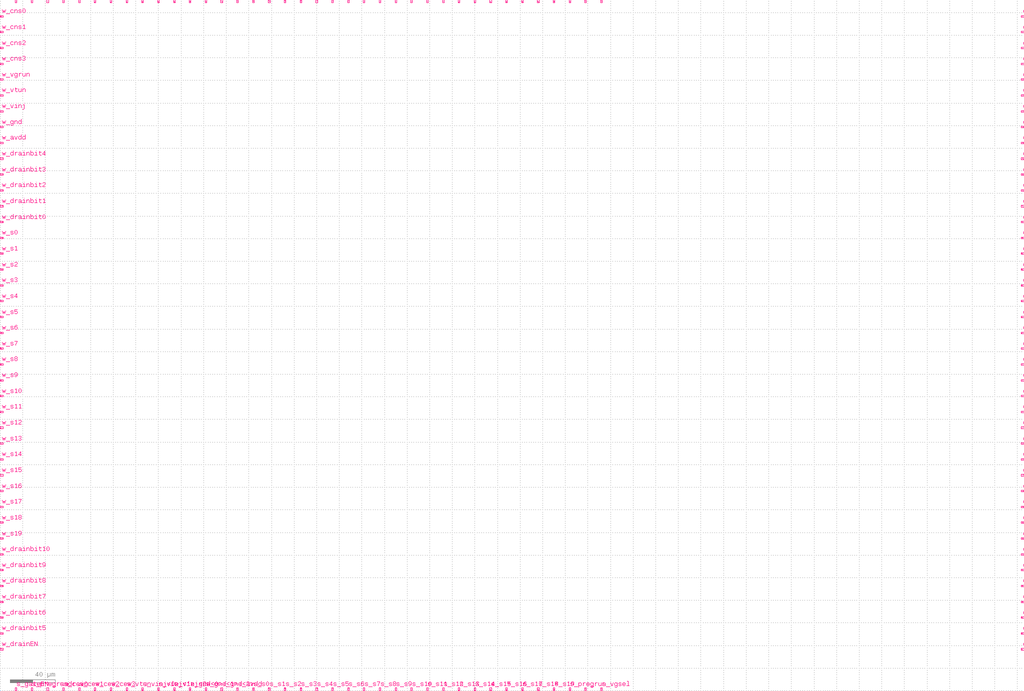
<source format=lef>
VERSION 5.5 ;
NAMESCASESENSITIVE ON ;
BUSBITCHARS "[]" ;
DIVIDERCHAR "/" ;

PROPERTYDEFINITIONS
  LAYER routingPitch REAL ;
END PROPERTYDEFINITIONS

UNITS
  DATABASE MICRONS 1000 ;
END UNITS
MANUFACTURINGGRID 0.01 ;
LAYER POLY1
  TYPE MASTERSLICE ;
END POLY1

LAYER CONT
  TYPE CUT ;
  SPACING 0.4 ;
END CONT

LAYER METAL1
  TYPE ROUTING ;
  DIRECTION HORIZONTAL ;
  PITCH 0 ;
  WIDTH 0.5 ;
  SPACING 0.45 ;
  PROPERTY routingPitch 1.25 ;
END METAL1

LAYER VIA12
  TYPE CUT ;
  SPACING 0.45 ;
END VIA12

LAYER METAL2
  TYPE ROUTING ;
  DIRECTION VERTICAL ;
  PITCH 0 ;
  WIDTH 0.6 ;
  SPACING 0.5 ;
  PROPERTY routingPitch 1.4 ;
END METAL2

LAYER VIA23
  TYPE CUT ;
  SPACING 0.45 ;
END VIA23

LAYER METAL3
  TYPE ROUTING ;
  DIRECTION HORIZONTAL ;
  PITCH 0 ;
  WIDTH 0.6 ;
  SPACING 0.5 ;
  PROPERTY routingPitch 1.25 ;
END METAL3

LAYER VIA34
  TYPE CUT ;
  SPACING 0.45 ;
END VIA34

LAYER METAL4
  TYPE ROUTING ;
  DIRECTION VERTICAL ;
  PITCH 0 ;
  WIDTH 0.6 ;
  SPACING 0.6 ;
  PROPERTY routingPitch 1.4 ;
END METAL4

LAYER OVERLAP
  TYPE OVERLAP ;
END OVERLAP

VIARULE M4_M3 GENERATE
  LAYER METAL3 ;
    ENCLOSURE 0.2 0.2 ;
  LAYER METAL4 ;
    ENCLOSURE 0.15 0.15 ;
  LAYER VIA34 ;
    RECT -0.25 -0.25 0.25 0.25 ;
    SPACING 1 BY 1 ;
END M4_M3

VIARULE M3_M2 GENERATE
  LAYER METAL2 ;
    ENCLOSURE 0.2 0.2 ;
  LAYER METAL3 ;
    ENCLOSURE 0.15 0.15 ;
  LAYER VIA23 ;
    RECT -0.25 -0.25 0.25 0.25 ;
    SPACING 1 BY 1 ;
END M3_M2

VIARULE M2_M1 GENERATE
  LAYER METAL1 ;
    ENCLOSURE 0.2 0.2 ;
  LAYER METAL2 ;
    ENCLOSURE 0.15 0.15 ;
  LAYER VIA12 ;
    RECT -0.25 -0.25 0.25 0.25 ;
    SPACING 1 BY 1 ;
END M2_M1

VIARULE M1_POLY1 GENERATE
  LAYER POLY1 ;
    ENCLOSURE 0.2 0.2 ;
  LAYER METAL1 ;
    ENCLOSURE 0.15 0.15 ;
  LAYER CONT ;
    RECT -0.2 -0.2 0.2 0.2 ;
    SPACING 1 BY 1 ;
END M1_POLY1

VIA M1_POLY1
  LAYER CONT ;
    RECT -0.2 -0.2 0.2 0.2 ;
  LAYER POLY1 ;
    RECT -0.4 -0.4 0.4 0.4 ;
  LAYER METAL1 ;
    RECT -0.35 -0.35 0.35 0.35 ;
END M1_POLY1

VIA M2_M1
  LAYER VIA12 ;
    RECT -0.25 -0.25 0.25 0.25 ;
  LAYER METAL2 ;
    RECT -0.4 -0.4 0.4 0.4 ;
  LAYER METAL1 ;
    RECT -0.45 -0.45 0.45 0.45 ;
END M2_M1

VIA M3_M2
  LAYER VIA23 ;
    RECT -0.25 -0.25 0.25 0.25 ;
  LAYER METAL3 ;
    RECT -0.4 -0.4 0.4 0.4 ;
  LAYER METAL2 ;
    RECT -0.45 -0.45 0.45 0.45 ;
END M3_M2

VIA M4_M3
  LAYER VIA34 ;
    RECT -0.25 -0.25 0.25 0.25 ;
  LAYER METAL4 ;
    RECT -0.4 -0.4 0.4 0.4 ;
  LAYER METAL3 ;
    RECT -0.45 -0.45 0.45 0.45 ;
END M4_M3


MACRO cab1
  PIN n_gateEN
    DIRECTION INOUT ;
    USE SIGNAL ;
    PORT
      LAYER METAL3 ;
        RECT 13.3 608.59 14.7 611.39 ;
    END
  END n_gateEN
  PIN n_programdrain
    DIRECTION INOUT ;
    USE SIGNAL ;
    PORT
      LAYER METAL3 ;
        RECT 27.3 608.59 28.7 611.39 ;
    END
  END n_programdrain
  PIN n_rundrain
    DIRECTION INOUT ;
    USE SIGNAL ;
    PORT
      LAYER METAL3 ;
        RECT 41.3 608.59 42.7 611.39 ;
    END
  END n_rundrain
  PIN n_cew0
    DIRECTION INOUT ;
    USE SIGNAL ;
    PORT
      LAYER METAL3 ;
        RECT 55.3 608.59 56.7 611.39 ;
    END
  END n_cew0
  PIN n_cew1
    DIRECTION INOUT ;
    USE SIGNAL ;
    PORT
      LAYER METAL3 ;
        RECT 69.3 608.59 70.7 611.39 ;
    END
  END n_cew1
  PIN n_cew2
    DIRECTION INOUT ;
    USE SIGNAL ;
    PORT
      LAYER METAL3 ;
        RECT 83.3 608.59 84.7 611.39 ;
    END
  END n_cew2
  PIN n_cew3
    DIRECTION INOUT ;
    USE SIGNAL ;
    PORT
      LAYER METAL3 ;
        RECT 97.3 608.59 98.7 611.39 ;
    END
  END n_cew3
  PIN n_vtun
    DIRECTION INOUT ;
    USE SIGNAL ;
    PORT
      LAYER METAL3 ;
        RECT 111.3 608.59 112.7 611.39 ;
    END
  END n_vtun
  PIN n_vinj<0>
    DIRECTION INOUT ;
    USE SIGNAL ;
    PORT
      LAYER METAL3 ;
        RECT 125.3 608.59 126.7 611.39 ;
    END
  END n_vinj<0>
  PIN n_vinj<1>
    DIRECTION INOUT ;
    USE SIGNAL ;
    PORT
      LAYER METAL3 ;
        RECT 139.3 608.59 140.7 611.39 ;
    END
  END n_vinj<1>
  PIN n_vinj<2>
    DIRECTION INOUT ;
    USE SIGNAL ;
    PORT
      LAYER METAL3 ;
        RECT 153.3 608.59 154.7 611.39 ;
    END
  END n_vinj<2>
  PIN n_gnd<0>
    DIRECTION INOUT ;
    USE SIGNAL ;
    PORT
      LAYER METAL3 ;
        RECT 167.3 608.59 168.7 611.39 ;
    END
  END n_gnd<0>
  PIN n_gnd<1>
    DIRECTION INOUT ;
    USE SIGNAL ;
    PORT
      LAYER METAL3 ;
        RECT 181.3 608.59 182.7 611.39 ;
    END
  END n_gnd<1>
  PIN n_gnd<2>
    DIRECTION INOUT ;
    USE SIGNAL ;
    PORT
      LAYER METAL3 ;
        RECT 195.3 608.59 196.7 611.39 ;
    END
  END n_gnd<2>
  PIN n_avdd
    DIRECTION INOUT ;
    USE SIGNAL ;
    PORT
      LAYER METAL3 ;
        RECT 209.3 608.59 210.7 611.39 ;
    END
  END n_avdd
  PIN n_s0
    DIRECTION INOUT ;
    USE SIGNAL ;
    PORT
      LAYER METAL3 ;
        RECT 223.3 608.59 224.7 611.39 ;
    END
  END n_s0
  PIN n_s1
    DIRECTION INOUT ;
    USE SIGNAL ;
    PORT
      LAYER METAL3 ;
        RECT 237.3 608.59 238.7 611.39 ;
    END
  END n_s1
  PIN n_s2
    DIRECTION INOUT ;
    USE SIGNAL ;
    PORT
      LAYER METAL3 ;
        RECT 251.3 608.59 252.7 611.39 ;
    END
  END n_s2
  PIN n_s3
    DIRECTION INOUT ;
    USE SIGNAL ;
    PORT
      LAYER METAL3 ;
        RECT 265.3 608.59 266.7 611.39 ;
    END
  END n_s3
  PIN n_s4
    DIRECTION INOUT ;
    USE SIGNAL ;
    PORT
      LAYER METAL3 ;
        RECT 279.3 608.59 280.7 611.39 ;
    END
  END n_s4
  PIN n_s5
    DIRECTION INOUT ;
    USE SIGNAL ;
    PORT
      LAYER METAL3 ;
        RECT 293.3 608.59 294.7 611.39 ;
    END
  END n_s5
  PIN n_s6
    DIRECTION INOUT ;
    USE SIGNAL ;
    PORT
      LAYER METAL3 ;
        RECT 307.3 608.59 308.7 611.39 ;
    END
  END n_s6
  PIN n_s7
    DIRECTION INOUT ;
    USE SIGNAL ;
    PORT
      LAYER METAL3 ;
        RECT 321.3 608.59 322.7 611.39 ;
    END
  END n_s7
  PIN n_s8
    DIRECTION INOUT ;
    USE SIGNAL ;
    PORT
      LAYER METAL3 ;
        RECT 335.3 608.59 336.7 611.39 ;
    END
  END n_s8
  PIN n_s9
    DIRECTION INOUT ;
    USE SIGNAL ;
    PORT
      LAYER METAL3 ;
        RECT 349.3 608.59 350.7 611.39 ;
    END
  END n_s9
  PIN n_s10
    DIRECTION INOUT ;
    USE SIGNAL ;
    PORT
      LAYER METAL3 ;
        RECT 363.3 608.59 364.7 611.39 ;
    END
  END n_s10
  PIN n_s11
    DIRECTION INOUT ;
    USE SIGNAL ;
    PORT
      LAYER METAL3 ;
        RECT 377.3 608.59 378.7 611.39 ;
    END
  END n_s11
  PIN n_s12
    DIRECTION INOUT ;
    USE SIGNAL ;
    PORT
      LAYER METAL3 ;
        RECT 391.3 608.59 392.7 611.39 ;
    END
  END n_s12
  PIN n_s13
    DIRECTION INOUT ;
    USE SIGNAL ;
    PORT
      LAYER METAL3 ;
        RECT 405.3 608.59 406.7 611.39 ;
    END
  END n_s13
  PIN n_s14
    DIRECTION INOUT ;
    USE SIGNAL ;
    PORT
      LAYER METAL3 ;
        RECT 419.3 608.59 420.7 611.39 ;
    END
  END n_s14
  PIN n_s15
    DIRECTION INOUT ;
    USE SIGNAL ;
    PORT
      LAYER METAL3 ;
        RECT 433.3 608.59 434.7 611.39 ;
    END
  END n_s15
  PIN n_s16
    DIRECTION INOUT ;
    USE SIGNAL ;
    PORT
      LAYER METAL3 ;
        RECT 447.3 608.59 448.7 611.39 ;
    END
  END n_s16
  PIN n_s17
    DIRECTION INOUT ;
    USE SIGNAL ;
    PORT
      LAYER METAL3 ;
        RECT 461.3 608.59 462.7 611.39 ;
    END
  END n_s17
  PIN n_s18
    DIRECTION INOUT ;
    USE SIGNAL ;
    PORT
      LAYER METAL3 ;
        RECT 475.3 608.59 476.7 611.39 ;
    END
  END n_s18
  PIN n_s19
    DIRECTION INOUT ;
    USE SIGNAL ;
    PORT
      LAYER METAL3 ;
        RECT 489.3 608.59 490.7 611.39 ;
    END
  END n_s19
  PIN n_prog
    DIRECTION INOUT ;
    USE SIGNAL ;
    PORT
      LAYER METAL3 ;
        RECT 503.3 608.59 504.7 611.39 ;
    END
  END n_prog
  PIN n_run
    DIRECTION INOUT ;
    USE SIGNAL ;
    PORT
      LAYER METAL3 ;
        RECT 517.3 608.59 518.7 611.39 ;
    END
  END n_run
  PIN n_vgsel
    DIRECTION INOUT ;
    USE SIGNAL ;
    PORT
      LAYER METAL3 ;
        RECT 531.3 608.59 532.7 611.39 ;
    END
  END n_vgsel
  PIN e_cns0
    DIRECTION INOUT ;
    USE SIGNAL ;
    PORT
      LAYER METAL3 ;
        RECT 872.65 595.99 875.45 597.39 ;
    END
  END e_cns0
  PIN e_cns1
    DIRECTION INOUT ;
    USE SIGNAL ;
    PORT
      LAYER METAL3 ;
        RECT 872.65 581.99 875.45 583.39 ;
    END
  END e_cns1
  PIN e_cns2
    DIRECTION INOUT ;
    USE SIGNAL ;
    PORT
      LAYER METAL3 ;
        RECT 872.65 567.99 875.45 569.39 ;
    END
  END e_cns2
  PIN e_cns3
    DIRECTION INOUT ;
    USE SIGNAL ;
    PORT
      LAYER METAL3 ;
        RECT 872.65 553.99 875.45 555.39 ;
    END
  END e_cns3
  PIN e_vgrun
    DIRECTION INOUT ;
    USE SIGNAL ;
    PORT
      LAYER METAL3 ;
        RECT 872.65 539.99 875.45 541.39 ;
    END
  END e_vgrun
  PIN e_vtun
    DIRECTION INOUT ;
    USE SIGNAL ;
    PORT
      LAYER METAL3 ;
        RECT 872.65 525.99 875.45 527.39 ;
    END
  END e_vtun
  PIN e_vinj
    DIRECTION INOUT ;
    USE SIGNAL ;
    PORT
      LAYER METAL3 ;
        RECT 872.65 511.99 875.45 513.39 ;
    END
  END e_vinj
  PIN e_gnd
    DIRECTION INOUT ;
    USE SIGNAL ;
    PORT
      LAYER METAL3 ;
        RECT 872.65 497.99 875.45 499.39 ;
    END
  END e_gnd
  PIN e_avdd
    DIRECTION INOUT ;
    USE SIGNAL ;
    PORT
      LAYER METAL3 ;
        RECT 872.65 483.99 875.45 485.39 ;
    END
  END e_avdd
  PIN e_drainbit4
    DIRECTION INOUT ;
    USE SIGNAL ;
    PORT
      LAYER METAL3 ;
        RECT 872.65 469.99 875.45 471.39 ;
    END
  END e_drainbit4
  PIN e_drainbit3
    DIRECTION INOUT ;
    USE SIGNAL ;
    PORT
      LAYER METAL3 ;
        RECT 872.65 455.99 875.45 457.39 ;
    END
  END e_drainbit3
  PIN e_drainbit2
    DIRECTION INOUT ;
    USE SIGNAL ;
    PORT
      LAYER METAL3 ;
        RECT 872.65 441.99 875.45 443.39 ;
    END
  END e_drainbit2
  PIN e_drainbit1
    DIRECTION INOUT ;
    USE SIGNAL ;
    PORT
      LAYER METAL3 ;
        RECT 872.65 427.99 875.45 429.39 ;
    END
  END e_drainbit1
  PIN e_drainbit0
    DIRECTION INOUT ;
    USE SIGNAL ;
    PORT
      LAYER METAL3 ;
        RECT 872.65 413.99 875.45 415.39 ;
    END
  END e_drainbit0
  PIN e_s0
    DIRECTION INOUT ;
    USE SIGNAL ;
    PORT
      LAYER METAL3 ;
        RECT 872.65 399.99 875.45 401.39 ;
    END
  END e_s0
  PIN e_s1
    DIRECTION INOUT ;
    USE SIGNAL ;
    PORT
      LAYER METAL3 ;
        RECT 872.65 385.99 875.45 387.39 ;
    END
  END e_s1
  PIN e_s2
    DIRECTION INOUT ;
    USE SIGNAL ;
    PORT
      LAYER METAL3 ;
        RECT 872.65 371.99 875.45 373.39 ;
    END
  END e_s2
  PIN e_s3
    DIRECTION INOUT ;
    USE SIGNAL ;
    PORT
      LAYER METAL3 ;
        RECT 872.65 357.99 875.45 359.39 ;
    END
  END e_s3
  PIN e_s4
    DIRECTION INOUT ;
    USE SIGNAL ;
    PORT
      LAYER METAL3 ;
        RECT 872.65 343.99 875.45 345.39 ;
    END
  END e_s4
  PIN e_s5
    DIRECTION INOUT ;
    USE SIGNAL ;
    PORT
      LAYER METAL3 ;
        RECT 872.65 329.99 875.45 331.39 ;
    END
  END e_s5
  PIN e_s6
    DIRECTION INOUT ;
    USE SIGNAL ;
    PORT
      LAYER METAL3 ;
        RECT 872.65 315.99 875.45 317.39 ;
    END
  END e_s6
  PIN e_s7
    DIRECTION INOUT ;
    USE SIGNAL ;
    PORT
      LAYER METAL3 ;
        RECT 872.65 301.99 875.45 303.39 ;
    END
  END e_s7
  PIN e_s8
    DIRECTION INOUT ;
    USE SIGNAL ;
    PORT
      LAYER METAL3 ;
        RECT 872.65 287.99 875.45 289.39 ;
    END
  END e_s8
  PIN e_s9
    DIRECTION INOUT ;
    USE SIGNAL ;
    PORT
      LAYER METAL3 ;
        RECT 872.65 273.99 875.45 275.39 ;
    END
  END e_s9
  PIN e_s10
    DIRECTION INOUT ;
    USE SIGNAL ;
    PORT
      LAYER METAL3 ;
        RECT 872.65 259.99 875.45 261.39 ;
    END
  END e_s10
  PIN e_s11
    DIRECTION INOUT ;
    USE SIGNAL ;
    PORT
      LAYER METAL3 ;
        RECT 872.65 245.99 875.45 247.39 ;
    END
  END e_s11
  PIN e_s12
    DIRECTION INOUT ;
    USE SIGNAL ;
    PORT
      LAYER METAL3 ;
        RECT 872.65 231.99 875.45 233.39 ;
    END
  END e_s12
  PIN e_s13
    DIRECTION INOUT ;
    USE SIGNAL ;
    PORT
      LAYER METAL3 ;
        RECT 872.65 217.99 875.45 219.39 ;
    END
  END e_s13
  PIN e_s14
    DIRECTION INOUT ;
    USE SIGNAL ;
    PORT
      LAYER METAL3 ;
        RECT 872.65 203.99 875.45 205.39 ;
    END
  END e_s14
  PIN e_s15
    DIRECTION INOUT ;
    USE SIGNAL ;
    PORT
      LAYER METAL3 ;
        RECT 872.65 189.99 875.45 191.39 ;
    END
  END e_s15
  PIN e_s16
    DIRECTION INOUT ;
    USE SIGNAL ;
    PORT
      LAYER METAL3 ;
        RECT 872.65 175.99 875.45 177.39 ;
    END
  END e_s16
  PIN e_s17
    DIRECTION INOUT ;
    USE SIGNAL ;
    PORT
      LAYER METAL3 ;
        RECT 872.65 161.99 875.45 163.39 ;
    END
  END e_s17
  PIN e_s18
    DIRECTION INOUT ;
    USE SIGNAL ;
    PORT
      LAYER METAL3 ;
        RECT 872.65 147.99 875.45 149.39 ;
    END
  END e_s18
  PIN e_s19
    DIRECTION INOUT ;
    USE SIGNAL ;
    PORT
      LAYER METAL3 ;
        RECT 872.65 133.99 875.45 135.39 ;
    END
  END e_s19
  PIN e_drainbit10
    DIRECTION INOUT ;
    USE SIGNAL ;
    PORT
      LAYER METAL3 ;
        RECT 872.65 119.99 875.45 121.39 ;
    END
  END e_drainbit10
  PIN e_drainbit9
    DIRECTION INOUT ;
    USE SIGNAL ;
    PORT
      LAYER METAL3 ;
        RECT 872.65 105.99 875.45 107.39 ;
    END
  END e_drainbit9
  PIN e_drainbit8
    DIRECTION INOUT ;
    USE SIGNAL ;
    PORT
      LAYER METAL3 ;
        RECT 872.65 91.99 875.45 93.39 ;
    END
  END e_drainbit8
  PIN e_drainbit7
    DIRECTION INOUT ;
    USE SIGNAL ;
    PORT
      LAYER METAL3 ;
        RECT 872.65 77.99 875.45 79.39 ;
    END
  END e_drainbit7
  PIN e_drainbit6
    DIRECTION INOUT ;
    USE SIGNAL ;
    PORT
      LAYER METAL3 ;
        RECT 872.65 63.99 875.45 65.39 ;
    END
  END e_drainbit6
  PIN e_drainbit5
    DIRECTION INOUT ;
    USE SIGNAL ;
    PORT
      LAYER METAL3 ;
        RECT 872.65 49.99 875.45 51.39 ;
    END
  END e_drainbit5
  PIN e_drainEN
    DIRECTION INOUT ;
    USE SIGNAL ;
    PORT
      LAYER METAL3 ;
        RECT 872.65 35.99 875.45 37.39 ;
    END
  END e_drainEN
  PIN s_gateEN
    DIRECTION INOUT ;
    USE SIGNAL ;
    PORT
      LAYER METAL3 ;
        RECT 13.3 0.0 14.7 2.8 ;
    END
  END s_gateEN
  PIN s_programdrain
    DIRECTION INOUT ;
    USE SIGNAL ;
    PORT
      LAYER METAL3 ;
        RECT 27.3 0.0 28.7 2.8 ;
    END
  END s_programdrain
  PIN s_rundrain
    DIRECTION INOUT ;
    USE SIGNAL ;
    PORT
      LAYER METAL3 ;
        RECT 41.3 0.0 42.7 2.8 ;
    END
  END s_rundrain
  PIN s_cew0
    DIRECTION INOUT ;
    USE SIGNAL ;
    PORT
      LAYER METAL3 ;
        RECT 55.3 0.0 56.7 2.8 ;
    END
  END s_cew0
  PIN s_cew1
    DIRECTION INOUT ;
    USE SIGNAL ;
    PORT
      LAYER METAL3 ;
        RECT 69.3 0.0 70.7 2.8 ;
    END
  END s_cew1
  PIN s_cew2
    DIRECTION INOUT ;
    USE SIGNAL ;
    PORT
      LAYER METAL3 ;
        RECT 83.3 0.0 84.7 2.8 ;
    END
  END s_cew2
  PIN s_cew3
    DIRECTION INOUT ;
    USE SIGNAL ;
    PORT
      LAYER METAL3 ;
        RECT 97.3 0.0 98.7 2.8 ;
    END
  END s_cew3
  PIN s_vtun
    DIRECTION INOUT ;
    USE SIGNAL ;
    PORT
      LAYER METAL3 ;
        RECT 111.3 0.0 112.7 2.8 ;
    END
  END s_vtun
  PIN s_vinj<0>
    DIRECTION INOUT ;
    USE SIGNAL ;
    PORT
      LAYER METAL3 ;
        RECT 125.3 0.0 126.7 2.8 ;
    END
  END s_vinj<0>
  PIN s_vinj<1>
    DIRECTION INOUT ;
    USE SIGNAL ;
    PORT
      LAYER METAL3 ;
        RECT 139.3 0.0 140.7 2.8 ;
    END
  END s_vinj<1>
  PIN s_vinj<2>
    DIRECTION INOUT ;
    USE SIGNAL ;
    PORT
      LAYER METAL3 ;
        RECT 153.3 0.0 154.7 2.8 ;
    END
  END s_vinj<2>
  PIN s_gnd<0>
    DIRECTION INOUT ;
    USE SIGNAL ;
    PORT
      LAYER METAL3 ;
        RECT 167.3 0.0 168.7 2.8 ;
    END
  END s_gnd<0>
  PIN s_gnd<1>
    DIRECTION INOUT ;
    USE SIGNAL ;
    PORT
      LAYER METAL3 ;
        RECT 181.3 0.0 182.7 2.8 ;
    END
  END s_gnd<1>
  PIN s_gnd<2>
    DIRECTION INOUT ;
    USE SIGNAL ;
    PORT
      LAYER METAL3 ;
        RECT 195.3 0.0 196.7 2.8 ;
    END
  END s_gnd<2>
  PIN s_avdd
    DIRECTION INOUT ;
    USE SIGNAL ;
    PORT
      LAYER METAL3 ;
        RECT 209.3 0.0 210.7 2.8 ;
    END
  END s_avdd
  PIN s_s0
    DIRECTION INOUT ;
    USE SIGNAL ;
    PORT
      LAYER METAL3 ;
        RECT 223.3 0.0 224.7 2.8 ;
    END
  END s_s0
  PIN s_s1
    DIRECTION INOUT ;
    USE SIGNAL ;
    PORT
      LAYER METAL3 ;
        RECT 237.3 0.0 238.7 2.8 ;
    END
  END s_s1
  PIN s_s2
    DIRECTION INOUT ;
    USE SIGNAL ;
    PORT
      LAYER METAL3 ;
        RECT 251.3 0.0 252.7 2.8 ;
    END
  END s_s2
  PIN s_s3
    DIRECTION INOUT ;
    USE SIGNAL ;
    PORT
      LAYER METAL3 ;
        RECT 265.3 0.0 266.7 2.8 ;
    END
  END s_s3
  PIN s_s4
    DIRECTION INOUT ;
    USE SIGNAL ;
    PORT
      LAYER METAL3 ;
        RECT 279.3 0.0 280.7 2.8 ;
    END
  END s_s4
  PIN s_s5
    DIRECTION INOUT ;
    USE SIGNAL ;
    PORT
      LAYER METAL3 ;
        RECT 293.3 0.0 294.7 2.8 ;
    END
  END s_s5
  PIN s_s6
    DIRECTION INOUT ;
    USE SIGNAL ;
    PORT
      LAYER METAL3 ;
        RECT 307.3 0.0 308.7 2.8 ;
    END
  END s_s6
  PIN s_s7
    DIRECTION INOUT ;
    USE SIGNAL ;
    PORT
      LAYER METAL3 ;
        RECT 321.3 0.0 322.7 2.8 ;
    END
  END s_s7
  PIN s_s8
    DIRECTION INOUT ;
    USE SIGNAL ;
    PORT
      LAYER METAL3 ;
        RECT 335.3 0.0 336.7 2.8 ;
    END
  END s_s8
  PIN s_s9
    DIRECTION INOUT ;
    USE SIGNAL ;
    PORT
      LAYER METAL3 ;
        RECT 349.3 0.0 350.7 2.8 ;
    END
  END s_s9
  PIN s_s10
    DIRECTION INOUT ;
    USE SIGNAL ;
    PORT
      LAYER METAL3 ;
        RECT 363.3 0.0 364.7 2.8 ;
    END
  END s_s10
  PIN s_s11
    DIRECTION INOUT ;
    USE SIGNAL ;
    PORT
      LAYER METAL3 ;
        RECT 377.3 0.0 378.7 2.8 ;
    END
  END s_s11
  PIN s_s12
    DIRECTION INOUT ;
    USE SIGNAL ;
    PORT
      LAYER METAL3 ;
        RECT 391.3 0.0 392.7 2.8 ;
    END
  END s_s12
  PIN s_s13
    DIRECTION INOUT ;
    USE SIGNAL ;
    PORT
      LAYER METAL3 ;
        RECT 405.3 0.0 406.7 2.8 ;
    END
  END s_s13
  PIN s_s14
    DIRECTION INOUT ;
    USE SIGNAL ;
    PORT
      LAYER METAL3 ;
        RECT 419.3 0.0 420.7 2.8 ;
    END
  END s_s14
  PIN s_s15
    DIRECTION INOUT ;
    USE SIGNAL ;
    PORT
      LAYER METAL3 ;
        RECT 433.3 0.0 434.7 2.8 ;
    END
  END s_s15
  PIN s_s16
    DIRECTION INOUT ;
    USE SIGNAL ;
    PORT
      LAYER METAL3 ;
        RECT 447.3 0.0 448.7 2.8 ;
    END
  END s_s16
  PIN s_s17
    DIRECTION INOUT ;
    USE SIGNAL ;
    PORT
      LAYER METAL3 ;
        RECT 461.3 0.0 462.7 2.8 ;
    END
  END s_s17
  PIN s_s18
    DIRECTION INOUT ;
    USE SIGNAL ;
    PORT
      LAYER METAL3 ;
        RECT 475.3 0.0 476.7 2.8 ;
    END
  END s_s18
  PIN s_s19
    DIRECTION INOUT ;
    USE SIGNAL ;
    PORT
      LAYER METAL3 ;
        RECT 489.3 0.0 490.7 2.8 ;
    END
  END s_s19
  PIN s_prog
    DIRECTION INOUT ;
    USE SIGNAL ;
    PORT
      LAYER METAL3 ;
        RECT 503.3 0.0 504.7 2.8 ;
    END
  END s_prog
  PIN s_run
    DIRECTION INOUT ;
    USE SIGNAL ;
    PORT
      LAYER METAL3 ;
        RECT 517.3 0.0 518.7 2.8 ;
    END
  END s_run
  PIN s_vgsel
    DIRECTION INOUT ;
    USE SIGNAL ;
    PORT
      LAYER METAL3 ;
        RECT 531.3 0.0 532.7 2.8 ;
    END
  END s_vgsel
  PIN w_cns0
    DIRECTION INOUT ;
    USE SIGNAL ;
    PORT
      LAYER METAL3 ;
        RECT 0.0 595.99 2.8 597.39 ;
    END
  END w_cns0
  PIN w_cns1
    DIRECTION INOUT ;
    USE SIGNAL ;
    PORT
      LAYER METAL3 ;
        RECT 0.0 581.99 2.8 583.39 ;
    END
  END w_cns1
  PIN w_cns2
    DIRECTION INOUT ;
    USE SIGNAL ;
    PORT
      LAYER METAL3 ;
        RECT 0.0 567.99 2.8 569.39 ;
    END
  END w_cns2
  PIN w_cns3
    DIRECTION INOUT ;
    USE SIGNAL ;
    PORT
      LAYER METAL3 ;
        RECT 0.0 553.99 2.8 555.39 ;
    END
  END w_cns3
  PIN w_vgrun
    DIRECTION INOUT ;
    USE SIGNAL ;
    PORT
      LAYER METAL3 ;
        RECT 0.0 539.99 2.8 541.39 ;
    END
  END w_vgrun
  PIN w_vtun
    DIRECTION INOUT ;
    USE SIGNAL ;
    PORT
      LAYER METAL3 ;
        RECT 0.0 525.99 2.8 527.39 ;
    END
  END w_vtun
  PIN w_vinj
    DIRECTION INOUT ;
    USE SIGNAL ;
    PORT
      LAYER METAL3 ;
        RECT 0.0 511.99 2.8 513.39 ;
    END
  END w_vinj
  PIN w_gnd
    DIRECTION INOUT ;
    USE SIGNAL ;
    PORT
      LAYER METAL3 ;
        RECT 0.0 497.99 2.8 499.39 ;
    END
  END w_gnd
  PIN w_avdd
    DIRECTION INOUT ;
    USE SIGNAL ;
    PORT
      LAYER METAL3 ;
        RECT 0.0 483.99 2.8 485.39 ;
    END
  END w_avdd
  PIN w_drainbit4
    DIRECTION INOUT ;
    USE SIGNAL ;
    PORT
      LAYER METAL3 ;
        RECT 0.0 469.99 2.8 471.39 ;
    END
  END w_drainbit4
  PIN w_drainbit3
    DIRECTION INOUT ;
    USE SIGNAL ;
    PORT
      LAYER METAL3 ;
        RECT 0.0 455.99 2.8 457.39 ;
    END
  END w_drainbit3
  PIN w_drainbit2
    DIRECTION INOUT ;
    USE SIGNAL ;
    PORT
      LAYER METAL3 ;
        RECT 0.0 441.99 2.8 443.39 ;
    END
  END w_drainbit2
  PIN w_drainbit1
    DIRECTION INOUT ;
    USE SIGNAL ;
    PORT
      LAYER METAL3 ;
        RECT 0.0 427.99 2.8 429.39 ;
    END
  END w_drainbit1
  PIN w_drainbit0
    DIRECTION INOUT ;
    USE SIGNAL ;
    PORT
      LAYER METAL3 ;
        RECT 0.0 413.99 2.8 415.39 ;
    END
  END w_drainbit0
  PIN w_s0
    DIRECTION INOUT ;
    USE SIGNAL ;
    PORT
      LAYER METAL3 ;
        RECT 0.0 399.99 2.8 401.39 ;
    END
  END w_s0
  PIN w_s1
    DIRECTION INOUT ;
    USE SIGNAL ;
    PORT
      LAYER METAL3 ;
        RECT 0.0 385.99 2.8 387.39 ;
    END
  END w_s1
  PIN w_s2
    DIRECTION INOUT ;
    USE SIGNAL ;
    PORT
      LAYER METAL3 ;
        RECT 0.0 371.99 2.8 373.39 ;
    END
  END w_s2
  PIN w_s3
    DIRECTION INOUT ;
    USE SIGNAL ;
    PORT
      LAYER METAL3 ;
        RECT 0.0 357.99 2.8 359.39 ;
    END
  END w_s3
  PIN w_s4
    DIRECTION INOUT ;
    USE SIGNAL ;
    PORT
      LAYER METAL3 ;
        RECT 0.0 343.99 2.8 345.39 ;
    END
  END w_s4
  PIN w_s5
    DIRECTION INOUT ;
    USE SIGNAL ;
    PORT
      LAYER METAL3 ;
        RECT 0.0 329.99 2.8 331.39 ;
    END
  END w_s5
  PIN w_s6
    DIRECTION INOUT ;
    USE SIGNAL ;
    PORT
      LAYER METAL3 ;
        RECT 0.0 315.99 2.8 317.39 ;
    END
  END w_s6
  PIN w_s7
    DIRECTION INOUT ;
    USE SIGNAL ;
    PORT
      LAYER METAL3 ;
        RECT 0.0 301.99 2.8 303.39 ;
    END
  END w_s7
  PIN w_s8
    DIRECTION INOUT ;
    USE SIGNAL ;
    PORT
      LAYER METAL3 ;
        RECT 0.0 287.99 2.8 289.39 ;
    END
  END w_s8
  PIN w_s9
    DIRECTION INOUT ;
    USE SIGNAL ;
    PORT
      LAYER METAL3 ;
        RECT 0.0 273.99 2.8 275.39 ;
    END
  END w_s9
  PIN w_s10
    DIRECTION INOUT ;
    USE SIGNAL ;
    PORT
      LAYER METAL3 ;
        RECT 0.0 259.99 2.8 261.39 ;
    END
  END w_s10
  PIN w_s11
    DIRECTION INOUT ;
    USE SIGNAL ;
    PORT
      LAYER METAL3 ;
        RECT 0.0 245.99 2.8 247.39 ;
    END
  END w_s11
  PIN w_s12
    DIRECTION INOUT ;
    USE SIGNAL ;
    PORT
      LAYER METAL3 ;
        RECT 0.0 231.99 2.8 233.39 ;
    END
  END w_s12
  PIN w_s13
    DIRECTION INOUT ;
    USE SIGNAL ;
    PORT
      LAYER METAL3 ;
        RECT 0.0 217.99 2.8 219.39 ;
    END
  END w_s13
  PIN w_s14
    DIRECTION INOUT ;
    USE SIGNAL ;
    PORT
      LAYER METAL3 ;
        RECT 0.0 203.99 2.8 205.39 ;
    END
  END w_s14
  PIN w_s15
    DIRECTION INOUT ;
    USE SIGNAL ;
    PORT
      LAYER METAL3 ;
        RECT 0.0 189.99 2.8 191.39 ;
    END
  END w_s15
  PIN w_s16
    DIRECTION INOUT ;
    USE SIGNAL ;
    PORT
      LAYER METAL3 ;
        RECT 0.0 175.99 2.8 177.39 ;
    END
  END w_s16
  PIN w_s17
    DIRECTION INOUT ;
    USE SIGNAL ;
    PORT
      LAYER METAL3 ;
        RECT 0.0 161.99 2.8 163.39 ;
    END
  END w_s17
  PIN w_s18
    DIRECTION INOUT ;
    USE SIGNAL ;
    PORT
      LAYER METAL3 ;
        RECT 0.0 147.99 2.8 149.39 ;
    END
  END w_s18
  PIN w_s19
    DIRECTION INOUT ;
    USE SIGNAL ;
    PORT
      LAYER METAL3 ;
        RECT 0.0 133.99 2.8 135.39 ;
    END
  END w_s19
  PIN w_drainbit10
    DIRECTION INOUT ;
    USE SIGNAL ;
    PORT
      LAYER METAL3 ;
        RECT 0.0 119.99 2.8 121.39 ;
    END
  END w_drainbit10
  PIN w_drainbit9
    DIRECTION INOUT ;
    USE SIGNAL ;
    PORT
      LAYER METAL3 ;
        RECT 0.0 105.99 2.8 107.39 ;
    END
  END w_drainbit9
  PIN w_drainbit8
    DIRECTION INOUT ;
    USE SIGNAL ;
    PORT
      LAYER METAL3 ;
        RECT 0.0 91.99 2.8 93.39 ;
    END
  END w_drainbit8
  PIN w_drainbit7
    DIRECTION INOUT ;
    USE SIGNAL ;
    PORT
      LAYER METAL3 ;
        RECT 0.0 77.99 2.8 79.39 ;
    END
  END w_drainbit7
  PIN w_drainbit6
    DIRECTION INOUT ;
    USE SIGNAL ;
    PORT
      LAYER METAL3 ;
        RECT 0.0 63.99 2.8 65.39 ;
    END
  END w_drainbit6
  PIN w_drainbit5
    DIRECTION INOUT ;
    USE SIGNAL ;
    PORT
      LAYER METAL3 ;
        RECT 0.0 49.99 2.8 51.39 ;
    END
  END w_drainbit5
  PIN w_drainEN
    DIRECTION INOUT ;
    USE SIGNAL ;
    PORT
      LAYER METAL3 ;
        RECT 0.0 35.99 2.8 37.39 ;
    END
  END w_drainEN
END cab1

MACRO cab2
  PIN n_gateEN
    DIRECTION INOUT ;
    USE SIGNAL ;
    PORT
      LAYER METAL3 ;
        RECT 13.3 608.59 14.7 611.39 ;
    END
  END n_gateEN
  PIN n_programdrain
    DIRECTION INOUT ;
    USE SIGNAL ;
    PORT
      LAYER METAL3 ;
        RECT 27.3 608.59 28.7 611.39 ;
    END
  END n_programdrain
  PIN n_rundrain
    DIRECTION INOUT ;
    USE SIGNAL ;
    PORT
      LAYER METAL3 ;
        RECT 41.3 608.59 42.7 611.39 ;
    END
  END n_rundrain
  PIN n_cew0
    DIRECTION INOUT ;
    USE SIGNAL ;
    PORT
      LAYER METAL3 ;
        RECT 55.3 608.59 56.7 611.39 ;
    END
  END n_cew0
  PIN n_cew1
    DIRECTION INOUT ;
    USE SIGNAL ;
    PORT
      LAYER METAL3 ;
        RECT 69.3 608.59 70.7 611.39 ;
    END
  END n_cew1
  PIN n_cew2
    DIRECTION INOUT ;
    USE SIGNAL ;
    PORT
      LAYER METAL3 ;
        RECT 83.3 608.59 84.7 611.39 ;
    END
  END n_cew2
  PIN n_cew3
    DIRECTION INOUT ;
    USE SIGNAL ;
    PORT
      LAYER METAL3 ;
        RECT 97.3 608.59 98.7 611.39 ;
    END
  END n_cew3
  PIN n_vtun
    DIRECTION INOUT ;
    USE SIGNAL ;
    PORT
      LAYER METAL3 ;
        RECT 111.3 608.59 112.7 611.39 ;
    END
  END n_vtun
  PIN n_vinj<0>
    DIRECTION INOUT ;
    USE SIGNAL ;
    PORT
      LAYER METAL3 ;
        RECT 125.3 608.59 126.7 611.39 ;
    END
  END n_vinj<0>
  PIN n_vinj<1>
    DIRECTION INOUT ;
    USE SIGNAL ;
    PORT
      LAYER METAL3 ;
        RECT 139.3 608.59 140.7 611.39 ;
    END
  END n_vinj<1>
  PIN n_vinj<2>
    DIRECTION INOUT ;
    USE SIGNAL ;
    PORT
      LAYER METAL3 ;
        RECT 153.3 608.59 154.7 611.39 ;
    END
  END n_vinj<2>
  PIN n_gnd<0>
    DIRECTION INOUT ;
    USE SIGNAL ;
    PORT
      LAYER METAL3 ;
        RECT 167.3 608.59 168.7 611.39 ;
    END
  END n_gnd<0>
  PIN n_gnd<1>
    DIRECTION INOUT ;
    USE SIGNAL ;
    PORT
      LAYER METAL3 ;
        RECT 181.3 608.59 182.7 611.39 ;
    END
  END n_gnd<1>
  PIN n_gnd<2>
    DIRECTION INOUT ;
    USE SIGNAL ;
    PORT
      LAYER METAL3 ;
        RECT 195.3 608.59 196.7 611.39 ;
    END
  END n_gnd<2>
  PIN n_avdd
    DIRECTION INOUT ;
    USE SIGNAL ;
    PORT
      LAYER METAL3 ;
        RECT 209.3 608.59 210.7 611.39 ;
    END
  END n_avdd
  PIN n_s0
    DIRECTION INOUT ;
    USE SIGNAL ;
    PORT
      LAYER METAL3 ;
        RECT 223.3 608.59 224.7 611.39 ;
    END
  END n_s0
  PIN n_s1
    DIRECTION INOUT ;
    USE SIGNAL ;
    PORT
      LAYER METAL3 ;
        RECT 237.3 608.59 238.7 611.39 ;
    END
  END n_s1
  PIN n_s2
    DIRECTION INOUT ;
    USE SIGNAL ;
    PORT
      LAYER METAL3 ;
        RECT 251.3 608.59 252.7 611.39 ;
    END
  END n_s2
  PIN n_s3
    DIRECTION INOUT ;
    USE SIGNAL ;
    PORT
      LAYER METAL3 ;
        RECT 265.3 608.59 266.7 611.39 ;
    END
  END n_s3
  PIN n_s4
    DIRECTION INOUT ;
    USE SIGNAL ;
    PORT
      LAYER METAL3 ;
        RECT 279.3 608.59 280.7 611.39 ;
    END
  END n_s4
  PIN n_s5
    DIRECTION INOUT ;
    USE SIGNAL ;
    PORT
      LAYER METAL3 ;
        RECT 293.3 608.59 294.7 611.39 ;
    END
  END n_s5
  PIN n_s6
    DIRECTION INOUT ;
    USE SIGNAL ;
    PORT
      LAYER METAL3 ;
        RECT 307.3 608.59 308.7 611.39 ;
    END
  END n_s6
  PIN n_s7
    DIRECTION INOUT ;
    USE SIGNAL ;
    PORT
      LAYER METAL3 ;
        RECT 321.3 608.59 322.7 611.39 ;
    END
  END n_s7
  PIN n_s8
    DIRECTION INOUT ;
    USE SIGNAL ;
    PORT
      LAYER METAL3 ;
        RECT 335.3 608.59 336.7 611.39 ;
    END
  END n_s8
  PIN n_s9
    DIRECTION INOUT ;
    USE SIGNAL ;
    PORT
      LAYER METAL3 ;
        RECT 349.3 608.59 350.7 611.39 ;
    END
  END n_s9
  PIN n_s10
    DIRECTION INOUT ;
    USE SIGNAL ;
    PORT
      LAYER METAL3 ;
        RECT 363.3 608.59 364.7 611.39 ;
    END
  END n_s10
  PIN n_s11
    DIRECTION INOUT ;
    USE SIGNAL ;
    PORT
      LAYER METAL3 ;
        RECT 377.3 608.59 378.7 611.39 ;
    END
  END n_s11
  PIN n_s12
    DIRECTION INOUT ;
    USE SIGNAL ;
    PORT
      LAYER METAL3 ;
        RECT 391.3 608.59 392.7 611.39 ;
    END
  END n_s12
  PIN n_s13
    DIRECTION INOUT ;
    USE SIGNAL ;
    PORT
      LAYER METAL3 ;
        RECT 405.3 608.59 406.7 611.39 ;
    END
  END n_s13
  PIN n_s14
    DIRECTION INOUT ;
    USE SIGNAL ;
    PORT
      LAYER METAL3 ;
        RECT 419.3 608.59 420.7 611.39 ;
    END
  END n_s14
  PIN n_s15
    DIRECTION INOUT ;
    USE SIGNAL ;
    PORT
      LAYER METAL3 ;
        RECT 433.3 608.59 434.7 611.39 ;
    END
  END n_s15
  PIN n_s16
    DIRECTION INOUT ;
    USE SIGNAL ;
    PORT
      LAYER METAL3 ;
        RECT 447.3 608.59 448.7 611.39 ;
    END
  END n_s16
  PIN n_s17
    DIRECTION INOUT ;
    USE SIGNAL ;
    PORT
      LAYER METAL3 ;
        RECT 461.3 608.59 462.7 611.39 ;
    END
  END n_s17
  PIN n_s18
    DIRECTION INOUT ;
    USE SIGNAL ;
    PORT
      LAYER METAL3 ;
        RECT 475.3 608.59 476.7 611.39 ;
    END
  END n_s18
  PIN n_s19
    DIRECTION INOUT ;
    USE SIGNAL ;
    PORT
      LAYER METAL3 ;
        RECT 489.3 608.59 490.7 611.39 ;
    END
  END n_s19
  PIN n_prog
    DIRECTION INOUT ;
    USE SIGNAL ;
    PORT
      LAYER METAL3 ;
        RECT 503.3 608.59 504.7 611.39 ;
    END
  END n_prog
  PIN n_run
    DIRECTION INOUT ;
    USE SIGNAL ;
    PORT
      LAYER METAL3 ;
        RECT 517.3 608.59 518.7 611.39 ;
    END
  END n_run
  PIN n_vgsel
    DIRECTION INOUT ;
    USE SIGNAL ;
    PORT
      LAYER METAL3 ;
        RECT 531.3 608.59 532.7 611.39 ;
    END
  END n_vgsel
  PIN e_cns0
    DIRECTION INOUT ;
    USE SIGNAL ;
    PORT
      LAYER METAL3 ;
        RECT 903.18 595.99 905.98 597.39 ;
    END
  END e_cns0
  PIN e_cns1
    DIRECTION INOUT ;
    USE SIGNAL ;
    PORT
      LAYER METAL3 ;
        RECT 903.18 581.99 905.98 583.39 ;
    END
  END e_cns1
  PIN e_cns2
    DIRECTION INOUT ;
    USE SIGNAL ;
    PORT
      LAYER METAL3 ;
        RECT 903.18 567.99 905.98 569.39 ;
    END
  END e_cns2
  PIN e_cns3
    DIRECTION INOUT ;
    USE SIGNAL ;
    PORT
      LAYER METAL3 ;
        RECT 903.18 553.99 905.98 555.39 ;
    END
  END e_cns3
  PIN e_vgrun
    DIRECTION INOUT ;
    USE SIGNAL ;
    PORT
      LAYER METAL3 ;
        RECT 903.18 539.99 905.98 541.39 ;
    END
  END e_vgrun
  PIN e_vtun
    DIRECTION INOUT ;
    USE SIGNAL ;
    PORT
      LAYER METAL3 ;
        RECT 903.18 525.99 905.98 527.39 ;
    END
  END e_vtun
  PIN e_vinj
    DIRECTION INOUT ;
    USE SIGNAL ;
    PORT
      LAYER METAL3 ;
        RECT 903.18 511.99 905.98 513.39 ;
    END
  END e_vinj
  PIN e_gnd
    DIRECTION INOUT ;
    USE SIGNAL ;
    PORT
      LAYER METAL3 ;
        RECT 903.18 497.99 905.98 499.39 ;
    END
  END e_gnd
  PIN e_avdd
    DIRECTION INOUT ;
    USE SIGNAL ;
    PORT
      LAYER METAL3 ;
        RECT 903.18 483.99 905.98 485.39 ;
    END
  END e_avdd
  PIN e_drainbit4
    DIRECTION INOUT ;
    USE SIGNAL ;
    PORT
      LAYER METAL3 ;
        RECT 903.18 469.99 905.98 471.39 ;
    END
  END e_drainbit4
  PIN e_drainbit3
    DIRECTION INOUT ;
    USE SIGNAL ;
    PORT
      LAYER METAL3 ;
        RECT 903.18 455.99 905.98 457.39 ;
    END
  END e_drainbit3
  PIN e_drainbit2
    DIRECTION INOUT ;
    USE SIGNAL ;
    PORT
      LAYER METAL3 ;
        RECT 903.18 441.99 905.98 443.39 ;
    END
  END e_drainbit2
  PIN e_drainbit1
    DIRECTION INOUT ;
    USE SIGNAL ;
    PORT
      LAYER METAL3 ;
        RECT 903.18 427.99 905.98 429.39 ;
    END
  END e_drainbit1
  PIN e_drainbit0
    DIRECTION INOUT ;
    USE SIGNAL ;
    PORT
      LAYER METAL3 ;
        RECT 903.18 413.99 905.98 415.39 ;
    END
  END e_drainbit0
  PIN e_s0
    DIRECTION INOUT ;
    USE SIGNAL ;
    PORT
      LAYER METAL3 ;
        RECT 903.18 399.99 905.98 401.39 ;
    END
  END e_s0
  PIN e_s1
    DIRECTION INOUT ;
    USE SIGNAL ;
    PORT
      LAYER METAL3 ;
        RECT 903.18 385.99 905.98 387.39 ;
    END
  END e_s1
  PIN e_s2
    DIRECTION INOUT ;
    USE SIGNAL ;
    PORT
      LAYER METAL3 ;
        RECT 903.18 371.99 905.98 373.39 ;
    END
  END e_s2
  PIN e_s3
    DIRECTION INOUT ;
    USE SIGNAL ;
    PORT
      LAYER METAL3 ;
        RECT 903.18 357.99 905.98 359.39 ;
    END
  END e_s3
  PIN e_s4
    DIRECTION INOUT ;
    USE SIGNAL ;
    PORT
      LAYER METAL3 ;
        RECT 903.18 343.99 905.98 345.39 ;
    END
  END e_s4
  PIN e_s5
    DIRECTION INOUT ;
    USE SIGNAL ;
    PORT
      LAYER METAL3 ;
        RECT 903.18 329.99 905.98 331.39 ;
    END
  END e_s5
  PIN e_s6
    DIRECTION INOUT ;
    USE SIGNAL ;
    PORT
      LAYER METAL3 ;
        RECT 903.18 315.99 905.98 317.39 ;
    END
  END e_s6
  PIN e_s7
    DIRECTION INOUT ;
    USE SIGNAL ;
    PORT
      LAYER METAL3 ;
        RECT 903.18 301.99 905.98 303.39 ;
    END
  END e_s7
  PIN e_s8
    DIRECTION INOUT ;
    USE SIGNAL ;
    PORT
      LAYER METAL3 ;
        RECT 903.18 287.99 905.98 289.39 ;
    END
  END e_s8
  PIN e_s9
    DIRECTION INOUT ;
    USE SIGNAL ;
    PORT
      LAYER METAL3 ;
        RECT 903.18 273.99 905.98 275.39 ;
    END
  END e_s9
  PIN e_s10
    DIRECTION INOUT ;
    USE SIGNAL ;
    PORT
      LAYER METAL3 ;
        RECT 903.18 259.99 905.98 261.39 ;
    END
  END e_s10
  PIN e_s11
    DIRECTION INOUT ;
    USE SIGNAL ;
    PORT
      LAYER METAL3 ;
        RECT 903.18 245.99 905.98 247.39 ;
    END
  END e_s11
  PIN e_s12
    DIRECTION INOUT ;
    USE SIGNAL ;
    PORT
      LAYER METAL3 ;
        RECT 903.18 231.99 905.98 233.39 ;
    END
  END e_s12
  PIN e_s13
    DIRECTION INOUT ;
    USE SIGNAL ;
    PORT
      LAYER METAL3 ;
        RECT 903.18 217.99 905.98 219.39 ;
    END
  END e_s13
  PIN e_s14
    DIRECTION INOUT ;
    USE SIGNAL ;
    PORT
      LAYER METAL3 ;
        RECT 903.18 203.99 905.98 205.39 ;
    END
  END e_s14
  PIN e_s15
    DIRECTION INOUT ;
    USE SIGNAL ;
    PORT
      LAYER METAL3 ;
        RECT 903.18 189.99 905.98 191.39 ;
    END
  END e_s15
  PIN e_s16
    DIRECTION INOUT ;
    USE SIGNAL ;
    PORT
      LAYER METAL3 ;
        RECT 903.18 175.99 905.98 177.39 ;
    END
  END e_s16
  PIN e_s17
    DIRECTION INOUT ;
    USE SIGNAL ;
    PORT
      LAYER METAL3 ;
        RECT 903.18 161.99 905.98 163.39 ;
    END
  END e_s17
  PIN e_s18
    DIRECTION INOUT ;
    USE SIGNAL ;
    PORT
      LAYER METAL3 ;
        RECT 903.18 147.99 905.98 149.39 ;
    END
  END e_s18
  PIN e_s19
    DIRECTION INOUT ;
    USE SIGNAL ;
    PORT
      LAYER METAL3 ;
        RECT 903.18 133.99 905.98 135.39 ;
    END
  END e_s19
  PIN e_drainbit10
    DIRECTION INOUT ;
    USE SIGNAL ;
    PORT
      LAYER METAL3 ;
        RECT 903.18 119.99 905.98 121.39 ;
    END
  END e_drainbit10
  PIN e_drainbit9
    DIRECTION INOUT ;
    USE SIGNAL ;
    PORT
      LAYER METAL3 ;
        RECT 903.18 105.99 905.98 107.39 ;
    END
  END e_drainbit9
  PIN e_drainbit8
    DIRECTION INOUT ;
    USE SIGNAL ;
    PORT
      LAYER METAL3 ;
        RECT 903.18 91.99 905.98 93.39 ;
    END
  END e_drainbit8
  PIN e_drainbit7
    DIRECTION INOUT ;
    USE SIGNAL ;
    PORT
      LAYER METAL3 ;
        RECT 903.18 77.99 905.98 79.39 ;
    END
  END e_drainbit7
  PIN e_drainbit6
    DIRECTION INOUT ;
    USE SIGNAL ;
    PORT
      LAYER METAL3 ;
        RECT 903.18 63.99 905.98 65.39 ;
    END
  END e_drainbit6
  PIN e_drainbit5
    DIRECTION INOUT ;
    USE SIGNAL ;
    PORT
      LAYER METAL3 ;
        RECT 903.18 49.99 905.98 51.39 ;
    END
  END e_drainbit5
  PIN e_drainEN
    DIRECTION INOUT ;
    USE SIGNAL ;
    PORT
      LAYER METAL3 ;
        RECT 903.18 35.99 905.98 37.39 ;
    END
  END e_drainEN
  PIN s_gateEN
    DIRECTION INOUT ;
    USE SIGNAL ;
    PORT
      LAYER METAL3 ;
        RECT 13.3 0.0 14.7 2.8 ;
    END
  END s_gateEN
  PIN s_programdrain
    DIRECTION INOUT ;
    USE SIGNAL ;
    PORT
      LAYER METAL3 ;
        RECT 27.3 0.0 28.7 2.8 ;
    END
  END s_programdrain
  PIN s_rundrain
    DIRECTION INOUT ;
    USE SIGNAL ;
    PORT
      LAYER METAL3 ;
        RECT 41.3 0.0 42.7 2.8 ;
    END
  END s_rundrain
  PIN s_cew0
    DIRECTION INOUT ;
    USE SIGNAL ;
    PORT
      LAYER METAL3 ;
        RECT 55.3 0.0 56.7 2.8 ;
    END
  END s_cew0
  PIN s_cew1
    DIRECTION INOUT ;
    USE SIGNAL ;
    PORT
      LAYER METAL3 ;
        RECT 69.3 0.0 70.7 2.8 ;
    END
  END s_cew1
  PIN s_cew2
    DIRECTION INOUT ;
    USE SIGNAL ;
    PORT
      LAYER METAL3 ;
        RECT 83.3 0.0 84.7 2.8 ;
    END
  END s_cew2
  PIN s_cew3
    DIRECTION INOUT ;
    USE SIGNAL ;
    PORT
      LAYER METAL3 ;
        RECT 97.3 0.0 98.7 2.8 ;
    END
  END s_cew3
  PIN s_vtun
    DIRECTION INOUT ;
    USE SIGNAL ;
    PORT
      LAYER METAL3 ;
        RECT 111.3 0.0 112.7 2.8 ;
    END
  END s_vtun
  PIN s_vinj<0>
    DIRECTION INOUT ;
    USE SIGNAL ;
    PORT
      LAYER METAL3 ;
        RECT 125.3 0.0 126.7 2.8 ;
    END
  END s_vinj<0>
  PIN s_vinj<1>
    DIRECTION INOUT ;
    USE SIGNAL ;
    PORT
      LAYER METAL3 ;
        RECT 139.3 0.0 140.7 2.8 ;
    END
  END s_vinj<1>
  PIN s_vinj<2>
    DIRECTION INOUT ;
    USE SIGNAL ;
    PORT
      LAYER METAL3 ;
        RECT 153.3 0.0 154.7 2.8 ;
    END
  END s_vinj<2>
  PIN s_gnd<0>
    DIRECTION INOUT ;
    USE SIGNAL ;
    PORT
      LAYER METAL3 ;
        RECT 167.3 0.0 168.7 2.8 ;
    END
  END s_gnd<0>
  PIN s_gnd<1>
    DIRECTION INOUT ;
    USE SIGNAL ;
    PORT
      LAYER METAL3 ;
        RECT 181.3 0.0 182.7 2.8 ;
    END
  END s_gnd<1>
  PIN s_gnd<2>
    DIRECTION INOUT ;
    USE SIGNAL ;
    PORT
      LAYER METAL3 ;
        RECT 195.3 0.0 196.7 2.8 ;
    END
  END s_gnd<2>
  PIN s_avdd
    DIRECTION INOUT ;
    USE SIGNAL ;
    PORT
      LAYER METAL3 ;
        RECT 209.3 0.0 210.7 2.8 ;
    END
  END s_avdd
  PIN s_s0
    DIRECTION INOUT ;
    USE SIGNAL ;
    PORT
      LAYER METAL3 ;
        RECT 223.3 0.0 224.7 2.8 ;
    END
  END s_s0
  PIN s_s1
    DIRECTION INOUT ;
    USE SIGNAL ;
    PORT
      LAYER METAL3 ;
        RECT 237.3 0.0 238.7 2.8 ;
    END
  END s_s1
  PIN s_s2
    DIRECTION INOUT ;
    USE SIGNAL ;
    PORT
      LAYER METAL3 ;
        RECT 251.3 0.0 252.7 2.8 ;
    END
  END s_s2
  PIN s_s3
    DIRECTION INOUT ;
    USE SIGNAL ;
    PORT
      LAYER METAL3 ;
        RECT 265.3 0.0 266.7 2.8 ;
    END
  END s_s3
  PIN s_s4
    DIRECTION INOUT ;
    USE SIGNAL ;
    PORT
      LAYER METAL3 ;
        RECT 279.3 0.0 280.7 2.8 ;
    END
  END s_s4
  PIN s_s5
    DIRECTION INOUT ;
    USE SIGNAL ;
    PORT
      LAYER METAL3 ;
        RECT 293.3 0.0 294.7 2.8 ;
    END
  END s_s5
  PIN s_s6
    DIRECTION INOUT ;
    USE SIGNAL ;
    PORT
      LAYER METAL3 ;
        RECT 307.3 0.0 308.7 2.8 ;
    END
  END s_s6
  PIN s_s7
    DIRECTION INOUT ;
    USE SIGNAL ;
    PORT
      LAYER METAL3 ;
        RECT 321.3 0.0 322.7 2.8 ;
    END
  END s_s7
  PIN s_s8
    DIRECTION INOUT ;
    USE SIGNAL ;
    PORT
      LAYER METAL3 ;
        RECT 335.3 0.0 336.7 2.8 ;
    END
  END s_s8
  PIN s_s9
    DIRECTION INOUT ;
    USE SIGNAL ;
    PORT
      LAYER METAL3 ;
        RECT 349.3 0.0 350.7 2.8 ;
    END
  END s_s9
  PIN s_s10
    DIRECTION INOUT ;
    USE SIGNAL ;
    PORT
      LAYER METAL3 ;
        RECT 363.3 0.0 364.7 2.8 ;
    END
  END s_s10
  PIN s_s11
    DIRECTION INOUT ;
    USE SIGNAL ;
    PORT
      LAYER METAL3 ;
        RECT 377.3 0.0 378.7 2.8 ;
    END
  END s_s11
  PIN s_s12
    DIRECTION INOUT ;
    USE SIGNAL ;
    PORT
      LAYER METAL3 ;
        RECT 391.3 0.0 392.7 2.8 ;
    END
  END s_s12
  PIN s_s13
    DIRECTION INOUT ;
    USE SIGNAL ;
    PORT
      LAYER METAL3 ;
        RECT 405.3 0.0 406.7 2.8 ;
    END
  END s_s13
  PIN s_s14
    DIRECTION INOUT ;
    USE SIGNAL ;
    PORT
      LAYER METAL3 ;
        RECT 419.3 0.0 420.7 2.8 ;
    END
  END s_s14
  PIN s_s15
    DIRECTION INOUT ;
    USE SIGNAL ;
    PORT
      LAYER METAL3 ;
        RECT 433.3 0.0 434.7 2.8 ;
    END
  END s_s15
  PIN s_s16
    DIRECTION INOUT ;
    USE SIGNAL ;
    PORT
      LAYER METAL3 ;
        RECT 447.3 0.0 448.7 2.8 ;
    END
  END s_s16
  PIN s_s17
    DIRECTION INOUT ;
    USE SIGNAL ;
    PORT
      LAYER METAL3 ;
        RECT 461.3 0.0 462.7 2.8 ;
    END
  END s_s17
  PIN s_s18
    DIRECTION INOUT ;
    USE SIGNAL ;
    PORT
      LAYER METAL3 ;
        RECT 475.3 0.0 476.7 2.8 ;
    END
  END s_s18
  PIN s_s19
    DIRECTION INOUT ;
    USE SIGNAL ;
    PORT
      LAYER METAL3 ;
        RECT 489.3 0.0 490.7 2.8 ;
    END
  END s_s19
  PIN s_prog
    DIRECTION INOUT ;
    USE SIGNAL ;
    PORT
      LAYER METAL3 ;
        RECT 503.3 0.0 504.7 2.8 ;
    END
  END s_prog
  PIN s_run
    DIRECTION INOUT ;
    USE SIGNAL ;
    PORT
      LAYER METAL3 ;
        RECT 517.3 0.0 518.7 2.8 ;
    END
  END s_run
  PIN s_vgsel
    DIRECTION INOUT ;
    USE SIGNAL ;
    PORT
      LAYER METAL3 ;
        RECT 531.3 0.0 532.7 2.8 ;
    END
  END s_vgsel
  PIN w_cns0
    DIRECTION INOUT ;
    USE SIGNAL ;
    PORT
      LAYER METAL3 ;
        RECT 0.0 595.99 2.8 597.39 ;
    END
  END w_cns0
  PIN w_cns1
    DIRECTION INOUT ;
    USE SIGNAL ;
    PORT
      LAYER METAL3 ;
        RECT 0.0 581.99 2.8 583.39 ;
    END
  END w_cns1
  PIN w_cns2
    DIRECTION INOUT ;
    USE SIGNAL ;
    PORT
      LAYER METAL3 ;
        RECT 0.0 567.99 2.8 569.39 ;
    END
  END w_cns2
  PIN w_cns3
    DIRECTION INOUT ;
    USE SIGNAL ;
    PORT
      LAYER METAL3 ;
        RECT 0.0 553.99 2.8 555.39 ;
    END
  END w_cns3
  PIN w_vgrun
    DIRECTION INOUT ;
    USE SIGNAL ;
    PORT
      LAYER METAL3 ;
        RECT 0.0 539.99 2.8 541.39 ;
    END
  END w_vgrun
  PIN w_vtun
    DIRECTION INOUT ;
    USE SIGNAL ;
    PORT
      LAYER METAL3 ;
        RECT 0.0 525.99 2.8 527.39 ;
    END
  END w_vtun
  PIN w_vinj
    DIRECTION INOUT ;
    USE SIGNAL ;
    PORT
      LAYER METAL3 ;
        RECT 0.0 511.99 2.8 513.39 ;
    END
  END w_vinj
  PIN w_gnd
    DIRECTION INOUT ;
    USE SIGNAL ;
    PORT
      LAYER METAL3 ;
        RECT 0.0 497.99 2.8 499.39 ;
    END
  END w_gnd
  PIN w_avdd
    DIRECTION INOUT ;
    USE SIGNAL ;
    PORT
      LAYER METAL3 ;
        RECT 0.0 483.99 2.8 485.39 ;
    END
  END w_avdd
  PIN w_drainbit4
    DIRECTION INOUT ;
    USE SIGNAL ;
    PORT
      LAYER METAL3 ;
        RECT 0.0 469.99 2.8 471.39 ;
    END
  END w_drainbit4
  PIN w_drainbit3
    DIRECTION INOUT ;
    USE SIGNAL ;
    PORT
      LAYER METAL3 ;
        RECT 0.0 455.99 2.8 457.39 ;
    END
  END w_drainbit3
  PIN w_drainbit2
    DIRECTION INOUT ;
    USE SIGNAL ;
    PORT
      LAYER METAL3 ;
        RECT 0.0 441.99 2.8 443.39 ;
    END
  END w_drainbit2
  PIN w_drainbit1
    DIRECTION INOUT ;
    USE SIGNAL ;
    PORT
      LAYER METAL3 ;
        RECT 0.0 427.99 2.8 429.39 ;
    END
  END w_drainbit1
  PIN w_drainbit0
    DIRECTION INOUT ;
    USE SIGNAL ;
    PORT
      LAYER METAL3 ;
        RECT 0.0 413.99 2.8 415.39 ;
    END
  END w_drainbit0
  PIN w_s0
    DIRECTION INOUT ;
    USE SIGNAL ;
    PORT
      LAYER METAL3 ;
        RECT 0.0 399.99 2.8 401.39 ;
    END
  END w_s0
  PIN w_s1
    DIRECTION INOUT ;
    USE SIGNAL ;
    PORT
      LAYER METAL3 ;
        RECT 0.0 385.99 2.8 387.39 ;
    END
  END w_s1
  PIN w_s2
    DIRECTION INOUT ;
    USE SIGNAL ;
    PORT
      LAYER METAL3 ;
        RECT 0.0 371.99 2.8 373.39 ;
    END
  END w_s2
  PIN w_s3
    DIRECTION INOUT ;
    USE SIGNAL ;
    PORT
      LAYER METAL3 ;
        RECT 0.0 357.99 2.8 359.39 ;
    END
  END w_s3
  PIN w_s4
    DIRECTION INOUT ;
    USE SIGNAL ;
    PORT
      LAYER METAL3 ;
        RECT 0.0 343.99 2.8 345.39 ;
    END
  END w_s4
  PIN w_s5
    DIRECTION INOUT ;
    USE SIGNAL ;
    PORT
      LAYER METAL3 ;
        RECT 0.0 329.99 2.8 331.39 ;
    END
  END w_s5
  PIN w_s6
    DIRECTION INOUT ;
    USE SIGNAL ;
    PORT
      LAYER METAL3 ;
        RECT 0.0 315.99 2.8 317.39 ;
    END
  END w_s6
  PIN w_s7
    DIRECTION INOUT ;
    USE SIGNAL ;
    PORT
      LAYER METAL3 ;
        RECT 0.0 301.99 2.8 303.39 ;
    END
  END w_s7
  PIN w_s8
    DIRECTION INOUT ;
    USE SIGNAL ;
    PORT
      LAYER METAL3 ;
        RECT 0.0 287.99 2.8 289.39 ;
    END
  END w_s8
  PIN w_s9
    DIRECTION INOUT ;
    USE SIGNAL ;
    PORT
      LAYER METAL3 ;
        RECT 0.0 273.99 2.8 275.39 ;
    END
  END w_s9
  PIN w_s10
    DIRECTION INOUT ;
    USE SIGNAL ;
    PORT
      LAYER METAL3 ;
        RECT 0.0 259.99 2.8 261.39 ;
    END
  END w_s10
  PIN w_s11
    DIRECTION INOUT ;
    USE SIGNAL ;
    PORT
      LAYER METAL3 ;
        RECT 0.0 245.99 2.8 247.39 ;
    END
  END w_s11
  PIN w_s12
    DIRECTION INOUT ;
    USE SIGNAL ;
    PORT
      LAYER METAL3 ;
        RECT 0.0 231.99 2.8 233.39 ;
    END
  END w_s12
  PIN w_s13
    DIRECTION INOUT ;
    USE SIGNAL ;
    PORT
      LAYER METAL3 ;
        RECT 0.0 217.99 2.8 219.39 ;
    END
  END w_s13
  PIN w_s14
    DIRECTION INOUT ;
    USE SIGNAL ;
    PORT
      LAYER METAL3 ;
        RECT 0.0 203.99 2.8 205.39 ;
    END
  END w_s14
  PIN w_s15
    DIRECTION INOUT ;
    USE SIGNAL ;
    PORT
      LAYER METAL3 ;
        RECT 0.0 189.99 2.8 191.39 ;
    END
  END w_s15
  PIN w_s16
    DIRECTION INOUT ;
    USE SIGNAL ;
    PORT
      LAYER METAL3 ;
        RECT 0.0 175.99 2.8 177.39 ;
    END
  END w_s16
  PIN w_s17
    DIRECTION INOUT ;
    USE SIGNAL ;
    PORT
      LAYER METAL3 ;
        RECT 0.0 161.99 2.8 163.39 ;
    END
  END w_s17
  PIN w_s18
    DIRECTION INOUT ;
    USE SIGNAL ;
    PORT
      LAYER METAL3 ;
        RECT 0.0 147.99 2.8 149.39 ;
    END
  END w_s18
  PIN w_s19
    DIRECTION INOUT ;
    USE SIGNAL ;
    PORT
      LAYER METAL3 ;
        RECT 0.0 133.99 2.8 135.39 ;
    END
  END w_s19
  PIN w_drainbit10
    DIRECTION INOUT ;
    USE SIGNAL ;
    PORT
      LAYER METAL3 ;
        RECT 0.0 119.99 2.8 121.39 ;
    END
  END w_drainbit10
  PIN w_drainbit9
    DIRECTION INOUT ;
    USE SIGNAL ;
    PORT
      LAYER METAL3 ;
        RECT 0.0 105.99 2.8 107.39 ;
    END
  END w_drainbit9
  PIN w_drainbit8
    DIRECTION INOUT ;
    USE SIGNAL ;
    PORT
      LAYER METAL3 ;
        RECT 0.0 91.99 2.8 93.39 ;
    END
  END w_drainbit8
  PIN w_drainbit7
    DIRECTION INOUT ;
    USE SIGNAL ;
    PORT
      LAYER METAL3 ;
        RECT 0.0 77.99 2.8 79.39 ;
    END
  END w_drainbit7
  PIN w_drainbit6
    DIRECTION INOUT ;
    USE SIGNAL ;
    PORT
      LAYER METAL3 ;
        RECT 0.0 63.99 2.8 65.39 ;
    END
  END w_drainbit6
  PIN w_drainbit5
    DIRECTION INOUT ;
    USE SIGNAL ;
    PORT
      LAYER METAL3 ;
        RECT 0.0 49.99 2.8 51.39 ;
    END
  END w_drainbit5
  PIN w_drainEN
    DIRECTION INOUT ;
    USE SIGNAL ;
    PORT
      LAYER METAL3 ;
        RECT 0.0 35.99 2.8 37.39 ;
    END
  END w_drainEN
END cab2

END LIBRARY
</source>
